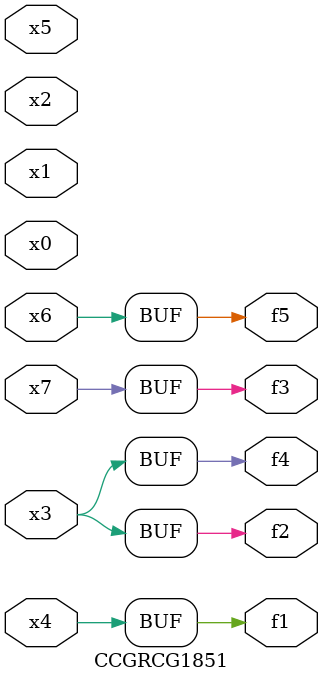
<source format=v>
module CCGRCG1851(
	input x0, x1, x2, x3, x4, x5, x6, x7,
	output f1, f2, f3, f4, f5
);
	assign f1 = x4;
	assign f2 = x3;
	assign f3 = x7;
	assign f4 = x3;
	assign f5 = x6;
endmodule

</source>
